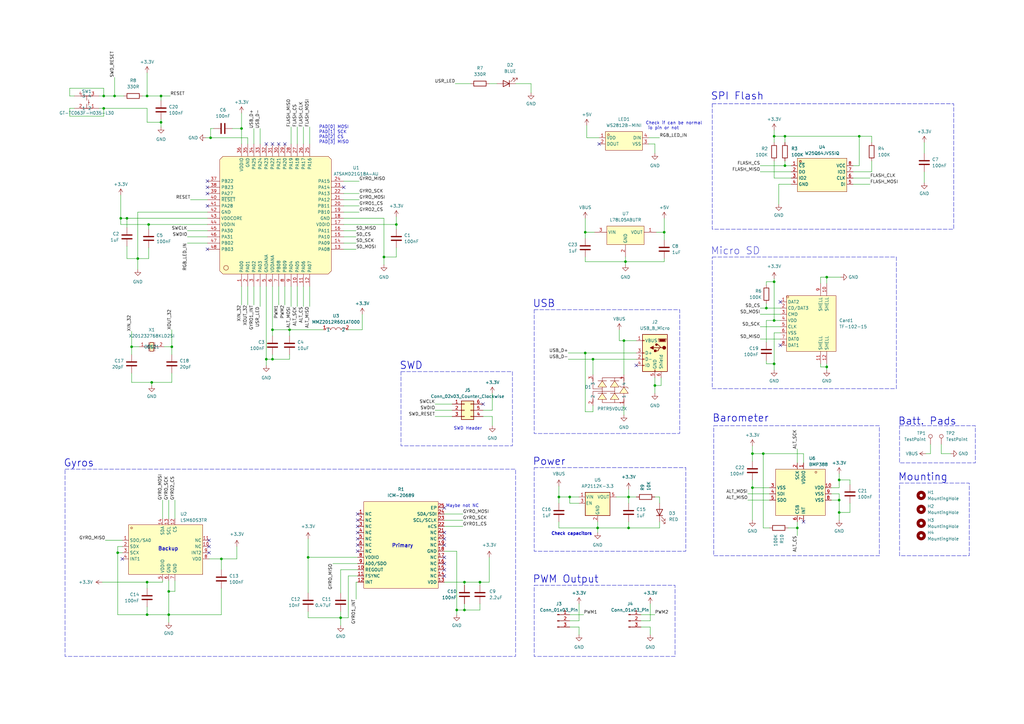
<source format=kicad_sch>
(kicad_sch (version 20230121) (generator eeschema)
  (paper "A3")
  (junction (at 245.11 216.535))
  (junction (at 352.425 55.88))
  (junction (at 190.5 238.76))
  (junction (at 162.56 92.075))
  (junction (at 190.5 250.19))
  (junction (at 86.36 56.515))
  (junction (at 229.235 203.835))
  (junction (at 157.48 105.41))
  (junction (at 66.04 39.37))
  (junction (at 49.53 89.535))
  (junction (at 268.605 158.115))
  (junction (at 60.325 238.76))
  (junction (at 52.07 89.535))
  (junction (at 48.26 226.695))
  (junction (at 70.485 142.24))
  (junction (at 60.325 252.095))
  (junction (at 327.025 216.535))
  (junction (at 257.81 216.535))
  (junction (at 344.17 196.85))
  (junction (at 118.745 135.255))
  (junction (at 339.09 113.665))
  (junction (at 111.76 147.32))
  (junction (at 187.325 250.19))
  (junction (at 344.17 205.105))
  (junction (at 69.215 242.57))
  (junction (at 99.06 52.705))
  (junction (at 321.945 67.945))
  (junction (at 42.545 39.37))
  (junction (at 60.96 92.075))
  (junction (at 60.325 39.37))
  (junction (at 196.85 238.76))
  (junction (at 69.215 252.095))
  (junction (at 66.04 50.165))
  (junction (at 139.7 253.365))
  (junction (at 321.945 55.88))
  (junction (at 233.68 203.835))
  (junction (at 62.23 156.845))
  (junction (at 111.76 135.255))
  (junction (at 240.03 95.25))
  (junction (at 126.365 228.6))
  (junction (at 256.54 107.315))
  (junction (at 317.5 55.88))
  (junction (at 243.205 147.32))
  (junction (at 240.03 144.78))
  (junction (at 46.99 39.37))
  (junction (at 255.905 139.7))
  (junction (at 53.975 142.24))
  (junction (at 109.22 147.32))
  (junction (at 308.61 186.055))
  (junction (at 90.805 229.235))
  (junction (at 42.545 44.45))
  (junction (at 317.5 149.225))
  (junction (at 317.5 131.445))
  (junction (at 317.5 115.57))
  (junction (at 257.81 203.835))
  (junction (at 313.055 186.055))
  (junction (at 308.61 200.025))
  (junction (at 272.415 95.25))
  (junction (at 314.325 126.365))
  (junction (at 344.17 210.185))
  (junction (at 56.515 106.045))
  (junction (at 339.09 150.495))
  (no_connect (at 182.245 228.6))
  (no_connect (at 182.245 236.22))
  (no_connect (at 146.685 223.52))
  (no_connect (at 245.745 59.055))
  (no_connect (at 109.22 59.055))
  (no_connect (at 85.09 74.295))
  (no_connect (at 182.245 233.68))
  (no_connect (at 146.685 220.98))
  (no_connect (at 146.685 213.36))
  (no_connect (at 50.165 229.235))
  (no_connect (at 111.76 59.055))
  (no_connect (at 114.3 59.055))
  (no_connect (at 198.12 165.735))
  (no_connect (at 182.245 223.52))
  (no_connect (at 320.04 141.605))
  (no_connect (at 260.985 149.86))
  (no_connect (at 85.09 84.455))
  (no_connect (at 85.09 79.375))
  (no_connect (at 320.04 123.825))
  (no_connect (at 85.09 76.835))
  (no_connect (at 85.725 226.695))
  (no_connect (at 85.725 221.615))
  (no_connect (at 182.245 220.98))
  (no_connect (at 140.97 76.835))
  (no_connect (at 116.84 59.055))
  (no_connect (at 85.725 224.155))
  (no_connect (at 85.09 102.235))
  (no_connect (at 182.245 231.14))
  (no_connect (at 182.245 208.28))
  (no_connect (at 329.565 213.995))
  (no_connect (at 146.685 210.82))
  (no_connect (at 146.685 218.44))
  (no_connect (at 146.685 226.06))
  (no_connect (at 146.685 215.9))
  (no_connect (at 182.245 218.44))
  (wire (pts (xy 308.61 200.025) (xy 308.61 213.36)))
  (wire (pts (xy 70.485 142.24) (xy 70.485 145.415)))
  (wire (pts (xy 317.5 114.3) (xy 317.5 115.57)))
  (wire (pts (xy 233.045 144.78) (xy 240.03 144.78)))
  (wire (pts (xy 140.97 74.295) (xy 147.32 74.295)))
  (wire (pts (xy 266.7 254.635) (xy 262.89 254.635)))
  (wire (pts (xy 66.675 238.76) (xy 60.325 238.76)))
  (wire (pts (xy 71.755 205.105) (xy 71.755 212.725)))
  (wire (pts (xy 245.11 216.535) (xy 245.11 218.44)))
  (wire (pts (xy 344.17 205.105) (xy 340.995 205.105)))
  (wire (pts (xy 49.53 89.535) (xy 52.07 89.535)))
  (wire (pts (xy 270.51 213.995) (xy 270.51 216.535)))
  (wire (pts (xy 321.945 66.04) (xy 321.945 67.945)))
  (wire (pts (xy 233.68 206.375) (xy 237.49 206.375)))
  (wire (pts (xy 111.76 145.415) (xy 111.76 147.32)))
  (wire (pts (xy 270.51 216.535) (xy 257.81 216.535)))
  (wire (pts (xy 352.425 55.88) (xy 321.945 55.88)))
  (wire (pts (xy 266.7 260.35) (xy 266.7 257.175)))
  (wire (pts (xy 240.03 107.315) (xy 256.54 107.315)))
  (wire (pts (xy 243.205 147.32) (xy 243.205 153.67)))
  (wire (pts (xy 162.56 105.41) (xy 157.48 105.41)))
  (wire (pts (xy 140.97 86.995) (xy 147.32 86.995)))
  (wire (pts (xy 306.705 205.105) (xy 315.595 205.105)))
  (wire (pts (xy 245.11 213.995) (xy 245.11 216.535)))
  (wire (pts (xy 28.575 39.37) (xy 28.575 36.195)))
  (wire (pts (xy 121.92 52.07) (xy 121.92 59.055)))
  (wire (pts (xy 56.515 86.995) (xy 85.09 86.995)))
  (wire (pts (xy 268.605 203.835) (xy 270.51 203.835)))
  (wire (pts (xy 28.575 44.45) (xy 28.575 47.625)))
  (wire (pts (xy 116.84 117.475) (xy 116.84 125.095)))
  (wire (pts (xy 126.365 228.6) (xy 126.365 243.205)))
  (wire (pts (xy 271.145 154.94) (xy 271.145 158.115)))
  (wire (pts (xy 53.975 156.845) (xy 53.975 153.035)))
  (wire (pts (xy 78.105 81.915) (xy 85.09 81.915)))
  (wire (pts (xy 272.415 107.315) (xy 256.54 107.315)))
  (wire (pts (xy 196.85 250.19) (xy 190.5 250.19)))
  (wire (pts (xy 323.215 216.535) (xy 327.025 216.535)))
  (wire (pts (xy 314.325 126.365) (xy 320.04 126.365)))
  (wire (pts (xy 126.365 250.825) (xy 126.365 253.365)))
  (wire (pts (xy 48.26 252.095) (xy 60.325 252.095)))
  (wire (pts (xy 200.66 228.6) (xy 200.66 238.76)))
  (wire (pts (xy 268.605 62.865) (xy 268.605 59.055)))
  (wire (pts (xy 308.61 196.85) (xy 308.61 200.025)))
  (wire (pts (xy 379.73 186.055) (xy 381.635 186.055)))
  (wire (pts (xy 339.09 113.665) (xy 336.55 113.665)))
  (wire (pts (xy 311.785 67.945) (xy 321.945 67.945)))
  (wire (pts (xy 329.565 189.865) (xy 329.565 186.055)))
  (wire (pts (xy 315.595 216.535) (xy 313.055 216.535)))
  (wire (pts (xy 314.325 116.84) (xy 314.325 115.57)))
  (wire (pts (xy 97.155 229.235) (xy 90.805 229.235)))
  (wire (pts (xy 196.85 247.65) (xy 196.85 250.19)))
  (wire (pts (xy 344.17 210.185) (xy 344.17 205.105)))
  (wire (pts (xy 317.5 131.445) (xy 314.325 131.445)))
  (wire (pts (xy 317.5 55.88) (xy 317.5 58.42)))
  (wire (pts (xy 317.5 73.025) (xy 324.485 73.025)))
  (wire (pts (xy 140.97 89.535) (xy 157.48 89.535)))
  (wire (pts (xy 201.93 170.815) (xy 201.93 174.625)))
  (wire (pts (xy 69.215 242.57) (xy 69.215 252.095)))
  (wire (pts (xy 229.235 216.535) (xy 245.11 216.535)))
  (wire (pts (xy 101.6 56.515) (xy 101.6 59.055)))
  (wire (pts (xy 140.97 97.155) (xy 146.05 97.155)))
  (wire (pts (xy 142.875 236.22) (xy 142.875 253.365)))
  (wire (pts (xy 386.08 186.055) (xy 386.08 182.245)))
  (wire (pts (xy 42.545 39.37) (xy 46.99 39.37)))
  (wire (pts (xy 28.575 36.195) (xy 42.545 36.195)))
  (wire (pts (xy 187.325 250.19) (xy 187.325 226.06)))
  (wire (pts (xy 311.785 70.485) (xy 324.485 70.485)))
  (wire (pts (xy 233.68 203.835) (xy 233.68 206.375)))
  (wire (pts (xy 86.36 52.705) (xy 86.36 56.515)))
  (wire (pts (xy 243.205 147.32) (xy 260.985 147.32)))
  (wire (pts (xy 101.6 117.475) (xy 101.6 125.095)))
  (wire (pts (xy 243.205 168.91) (xy 240.03 168.91)))
  (wire (pts (xy 111.76 135.255) (xy 111.76 137.795)))
  (wire (pts (xy 187.325 226.06) (xy 182.245 226.06)))
  (wire (pts (xy 327.025 213.995) (xy 327.025 216.535)))
  (wire (pts (xy 237.49 254.635) (xy 233.68 254.635)))
  (wire (pts (xy 48.26 224.155) (xy 48.26 226.695)))
  (wire (pts (xy 104.14 117.475) (xy 104.14 125.095)))
  (wire (pts (xy 71.755 238.125) (xy 71.755 242.57)))
  (wire (pts (xy 348.615 210.185) (xy 344.17 210.185)))
  (wire (pts (xy 314.325 131.445) (xy 314.325 140.335)))
  (wire (pts (xy 140.97 84.455) (xy 147.32 84.455)))
  (wire (pts (xy 268.605 59.055) (xy 266.065 59.055)))
  (wire (pts (xy 257.81 200.66) (xy 257.81 203.835)))
  (wire (pts (xy 60.325 252.095) (xy 69.215 252.095)))
  (wire (pts (xy 178.435 170.815) (xy 185.42 170.815)))
  (wire (pts (xy 66.04 39.37) (xy 66.04 41.275)))
  (wire (pts (xy 119.38 52.07) (xy 119.38 59.055)))
  (wire (pts (xy 266.7 247.65) (xy 266.7 254.635)))
  (wire (pts (xy 313.055 186.055) (xy 308.61 186.055)))
  (wire (pts (xy 118.745 135.255) (xy 111.76 135.255)))
  (wire (pts (xy 66.04 50.165) (xy 66.04 52.07)))
  (wire (pts (xy 60.325 29.845) (xy 60.325 39.37)))
  (wire (pts (xy 127 117.475) (xy 127 125.73)))
  (wire (pts (xy 357.505 55.88) (xy 357.505 58.42)))
  (wire (pts (xy 28.575 47.625) (xy 42.545 47.625)))
  (wire (pts (xy 348.615 206.375) (xy 348.615 210.185)))
  (wire (pts (xy 146.05 245.745) (xy 146.05 238.76)))
  (wire (pts (xy 111.76 147.32) (xy 109.22 147.32)))
  (wire (pts (xy 311.785 139.065) (xy 320.04 139.065)))
  (wire (pts (xy 70.485 135.255) (xy 70.485 142.24)))
  (wire (pts (xy 321.945 55.88) (xy 321.945 58.42)))
  (wire (pts (xy 344.17 196.85) (xy 344.17 200.025)))
  (wire (pts (xy 237.49 260.35) (xy 237.49 257.175)))
  (wire (pts (xy 42.545 36.195) (xy 42.545 39.37)))
  (wire (pts (xy 66.675 205.105) (xy 66.675 212.725)))
  (wire (pts (xy 67.31 142.24) (xy 70.485 142.24)))
  (wire (pts (xy 42.545 47.625) (xy 42.545 44.45)))
  (wire (pts (xy 190.5 247.65) (xy 190.5 250.19)))
  (wire (pts (xy 257.81 216.535) (xy 245.11 216.535)))
  (wire (pts (xy 260.985 139.7) (xy 255.905 139.7)))
  (wire (pts (xy 56.515 106.045) (xy 56.515 86.995)))
  (wire (pts (xy 389.89 186.055) (xy 386.08 186.055)))
  (wire (pts (xy 126.365 220.98) (xy 126.365 228.6)))
  (wire (pts (xy 99.06 52.705) (xy 99.06 59.055)))
  (wire (pts (xy 254 139.7) (xy 254 135.255)))
  (wire (pts (xy 60.325 39.37) (xy 66.04 39.37)))
  (wire (pts (xy 140.97 81.915) (xy 147.32 81.915)))
  (wire (pts (xy 52.07 89.535) (xy 85.09 89.535)))
  (wire (pts (xy 187.325 252.095) (xy 187.325 250.19)))
  (wire (pts (xy 86.36 56.515) (xy 101.6 56.515)))
  (wire (pts (xy 344.17 194.31) (xy 344.17 196.85)))
  (wire (pts (xy 256.54 107.315) (xy 256.54 108.585)))
  (wire (pts (xy 349.885 73.025) (xy 356.87 73.025)))
  (wire (pts (xy 269.24 95.25) (xy 272.415 95.25)))
  (wire (pts (xy 317.5 115.57) (xy 317.5 131.445)))
  (wire (pts (xy 53.975 135.89) (xy 53.975 142.24)))
  (wire (pts (xy 118.745 147.32) (xy 111.76 147.32)))
  (wire (pts (xy 190.5 238.76) (xy 182.245 238.76)))
  (wire (pts (xy 139.7 253.365) (xy 139.7 256.54)))
  (wire (pts (xy 317.5 53.34) (xy 317.5 55.88)))
  (wire (pts (xy 62.23 156.845) (xy 53.975 156.845)))
  (wire (pts (xy 69.215 205.105) (xy 69.215 212.725)))
  (wire (pts (xy 52.07 106.045) (xy 56.515 106.045)))
  (wire (pts (xy 272.415 89.535) (xy 272.415 95.25)))
  (wire (pts (xy 314.325 124.46) (xy 314.325 126.365)))
  (wire (pts (xy 106.68 52.705) (xy 106.68 59.055)))
  (wire (pts (xy 381.635 186.055) (xy 381.635 182.245)))
  (wire (pts (xy 126.365 253.365) (xy 139.7 253.365)))
  (wire (pts (xy 306.705 202.565) (xy 315.595 202.565)))
  (wire (pts (xy 344.17 213.36) (xy 344.17 210.185)))
  (wire (pts (xy 66.04 48.895) (xy 66.04 50.165)))
  (wire (pts (xy 85.09 92.075) (xy 60.96 92.075)))
  (wire (pts (xy 157.48 108.585) (xy 157.48 105.41)))
  (wire (pts (xy 60.325 238.76) (xy 60.325 241.3)))
  (wire (pts (xy 118.745 135.255) (xy 118.745 137.795)))
  (wire (pts (xy 69.215 238.125) (xy 69.215 242.57)))
  (wire (pts (xy 66.675 238.125) (xy 66.675 238.76)))
  (wire (pts (xy 240.665 51.435) (xy 240.665 56.515)))
  (wire (pts (xy 60.96 106.045) (xy 56.515 106.045)))
  (wire (pts (xy 126.365 228.6) (xy 146.685 228.6)))
  (wire (pts (xy 349.885 67.945) (xy 352.425 67.945)))
  (wire (pts (xy 349.885 70.485) (xy 357.505 70.485)))
  (wire (pts (xy 111.76 135.255) (xy 111.76 117.475)))
  (wire (pts (xy 30.48 39.37) (xy 28.575 39.37)))
  (wire (pts (xy 46.99 39.37) (xy 50.8 39.37)))
  (wire (pts (xy 182.245 215.9) (xy 189.865 215.9)))
  (wire (pts (xy 200.66 238.76) (xy 196.85 238.76)))
  (wire (pts (xy 237.49 257.175) (xy 233.68 257.175)))
  (wire (pts (xy 186.69 34.29) (xy 193.04 34.29)))
  (wire (pts (xy 140.97 79.375) (xy 147.32 79.375)))
  (wire (pts (xy 142.875 135.255) (xy 148.59 135.255)))
  (wire (pts (xy 308.61 186.055) (xy 308.61 189.23)))
  (wire (pts (xy 352.425 67.945) (xy 352.425 55.88)))
  (wire (pts (xy 76.835 94.615) (xy 85.09 94.615)))
  (wire (pts (xy 139.7 243.205) (xy 139.7 233.68)))
  (wire (pts (xy 233.68 252.095) (xy 239.395 252.095)))
  (wire (pts (xy 240.03 89.535) (xy 240.03 95.25)))
  (wire (pts (xy 255.905 166.37) (xy 255.905 170.18)))
  (wire (pts (xy 240.03 105.41) (xy 240.03 107.315)))
  (wire (pts (xy 336.55 150.495) (xy 339.09 150.495)))
  (wire (pts (xy 348.615 196.85) (xy 344.17 196.85)))
  (wire (pts (xy 140.97 99.695) (xy 146.05 99.695)))
  (wire (pts (xy 49.53 80.01) (xy 49.53 89.535)))
  (wire (pts (xy 124.46 52.07) (xy 124.46 59.055)))
  (wire (pts (xy 311.785 128.905) (xy 320.04 128.905)))
  (wire (pts (xy 196.85 238.76) (xy 196.85 240.03)))
  (wire (pts (xy 43.18 221.615) (xy 50.165 221.615)))
  (wire (pts (xy 76.835 97.155) (xy 85.09 97.155)))
  (wire (pts (xy 317.5 151.765) (xy 317.5 149.225)))
  (wire (pts (xy 266.065 56.515) (xy 270.51 56.515)))
  (wire (pts (xy 46.99 31.75) (xy 46.99 39.37)))
  (wire (pts (xy 266.7 257.175) (xy 262.89 257.175)))
  (wire (pts (xy 321.945 55.88) (xy 317.5 55.88)))
  (wire (pts (xy 217.805 34.29) (xy 211.455 34.29)))
  (wire (pts (xy 243.205 166.37) (xy 243.205 168.91)))
  (wire (pts (xy 357.505 66.04) (xy 357.505 70.485)))
  (wire (pts (xy 257.81 203.835) (xy 252.73 203.835)))
  (wire (pts (xy 190.5 238.76) (xy 190.5 240.03)))
  (wire (pts (xy 268.605 154.94) (xy 268.605 158.115)))
  (wire (pts (xy 41.91 238.76) (xy 60.325 238.76)))
  (wire (pts (xy 142.875 253.365) (xy 139.7 253.365)))
  (wire (pts (xy 87.63 52.705) (xy 86.36 52.705)))
  (wire (pts (xy 48.26 226.695) (xy 48.26 252.095)))
  (wire (pts (xy 52.07 89.535) (xy 52.07 93.345)))
  (wire (pts (xy 314.325 147.955) (xy 314.325 149.225)))
  (wire (pts (xy 148.59 128.905) (xy 148.59 135.255)))
  (wire (pts (xy 240.03 144.78) (xy 260.985 144.78)))
  (wire (pts (xy 50.165 226.695) (xy 48.26 226.695)))
  (wire (pts (xy 198.12 168.275) (xy 201.93 168.275)))
  (wire (pts (xy 95.25 52.705) (xy 99.06 52.705)))
  (wire (pts (xy 340.995 202.565) (xy 344.17 202.565)))
  (wire (pts (xy 60.96 92.075) (xy 60.96 93.98)))
  (wire (pts (xy 313.055 216.535) (xy 313.055 186.055)))
  (wire (pts (xy 240.665 56.515) (xy 245.745 56.515)))
  (wire (pts (xy 321.945 67.945) (xy 324.485 67.945)))
  (wire (pts (xy 140.97 94.615) (xy 146.05 94.615)))
  (wire (pts (xy 198.12 170.815) (xy 201.93 170.815)))
  (wire (pts (xy 162.56 101.6) (xy 162.56 105.41)))
  (wire (pts (xy 339.09 150.495) (xy 339.09 151.765)))
  (wire (pts (xy 90.805 252.095) (xy 69.215 252.095)))
  (wire (pts (xy 60.96 101.6) (xy 60.96 106.045)))
  (wire (pts (xy 311.785 133.985) (xy 320.04 133.985)))
  (wire (pts (xy 201.93 161.29) (xy 201.93 168.275)))
  (wire (pts (xy 329.565 186.055) (xy 313.055 186.055)))
  (wire (pts (xy 336.55 149.225) (xy 336.55 150.495)))
  (wire (pts (xy 162.56 88.9) (xy 162.56 92.075)))
  (wire (pts (xy 124.46 117.475) (xy 124.46 125.73)))
  (wire (pts (xy 70.485 156.845) (xy 70.485 153.035)))
  (wire (pts (xy 317.5 131.445) (xy 320.04 131.445)))
  (wire (pts (xy 317.5 136.525) (xy 320.04 136.525)))
  (wire (pts (xy 30.48 44.45) (xy 28.575 44.45)))
  (wire (pts (xy 140.97 92.075) (xy 162.56 92.075)))
  (wire (pts (xy 139.7 250.825) (xy 139.7 253.365)))
  (wire (pts (xy 317.5 149.225) (xy 317.5 136.525)))
  (wire (pts (xy 272.415 95.25) (xy 272.415 98.425)))
  (wire (pts (xy 257.81 213.995) (xy 257.81 216.535)))
  (wire (pts (xy 71.755 242.57) (xy 69.215 242.57)))
  (wire (pts (xy 62.23 156.845) (xy 70.485 156.845)))
  (wire (pts (xy 229.235 203.835) (xy 233.68 203.835)))
  (wire (pts (xy 240.03 168.91) (xy 240.03 144.78)))
  (wire (pts (xy 50.165 224.155) (xy 48.26 224.155)))
  (wire (pts (xy 240.03 95.25) (xy 240.03 97.79)))
  (wire (pts (xy 349.885 75.565) (xy 356.87 75.565)))
  (wire (pts (xy 106.68 117.475) (xy 106.68 125.73)))
  (wire (pts (xy 146.685 236.22) (xy 142.875 236.22)))
  (wire (pts (xy 308.61 182.88) (xy 308.61 186.055)))
  (wire (pts (xy 314.325 149.225) (xy 317.5 149.225)))
  (wire (pts (xy 229.235 213.995) (xy 229.235 216.535)))
  (wire (pts (xy 104.14 52.705) (xy 104.14 59.055)))
  (wire (pts (xy 99.06 117.475) (xy 99.06 125.095)))
  (wire (pts (xy 379.095 58.42) (xy 379.095 62.865)))
  (wire (pts (xy 272.415 106.045) (xy 272.415 107.315)))
  (wire (pts (xy 255.905 139.7) (xy 254 139.7)))
  (wire (pts (xy 69.215 252.095) (xy 69.215 255.27)))
  (wire (pts (xy 255.905 139.7) (xy 255.905 153.67)))
  (wire (pts (xy 379.095 70.485) (xy 379.095 74.93)))
  (wire (pts (xy 140.97 102.235) (xy 146.05 102.235)))
  (wire (pts (xy 90.805 229.235) (xy 90.805 233.68)))
  (wire (pts (xy 60.96 92.075) (xy 49.53 92.075)))
  (wire (pts (xy 229.235 199.39) (xy 229.235 203.835)))
  (wire (pts (xy 40.64 39.37) (xy 42.545 39.37)))
  (wire (pts (xy 257.81 203.835) (xy 257.81 206.375)))
  (wire (pts (xy 127 52.07) (xy 127 59.055)))
  (wire (pts (xy 339.09 113.665) (xy 339.09 116.205)))
  (wire (pts (xy 237.49 247.65) (xy 237.49 254.635)))
  (wire (pts (xy 56.515 110.49) (xy 56.515 106.045)))
  (wire (pts (xy 257.81 203.835) (xy 260.985 203.835)))
  (wire (pts (xy 233.68 203.835) (xy 237.49 203.835)))
  (wire (pts (xy 311.785 126.365) (xy 314.325 126.365)))
  (wire (pts (xy 268.605 158.115) (xy 268.605 161.29)))
  (wire (pts (xy 162.56 93.98) (xy 162.56 92.075)))
  (wire (pts (xy 319.405 75.565) (xy 324.485 75.565)))
  (wire (pts (xy 97.155 224.155) (xy 97.155 229.235)))
  (wire (pts (xy 336.55 113.665) (xy 336.55 116.205)))
  (wire (pts (xy 182.245 213.36) (xy 189.865 213.36)))
  (wire (pts (xy 53.975 142.24) (xy 53.975 145.415)))
  (wire (pts (xy 99.06 46.355) (xy 99.06 52.705)))
  (wire (pts (xy 308.61 200.025) (xy 315.595 200.025)))
  (wire (pts (xy 229.235 203.835) (xy 229.235 206.375)))
  (wire (pts (xy 327.025 184.15) (xy 327.025 189.865)))
  (wire (pts (xy 319.405 83.82) (xy 319.405 75.565)))
  (wire (pts (xy 58.42 39.37) (xy 60.325 39.37)))
  (wire (pts (xy 109.22 147.32) (xy 109.22 149.86)))
  (wire (pts (xy 314.325 115.57) (xy 317.5 115.57)))
  (wire (pts (xy 53.975 142.24) (xy 57.15 142.24)))
  (wire (pts (xy 357.505 55.88) (xy 352.425 55.88)))
  (wire (pts (xy 121.92 117.475) (xy 121.92 125.73)))
  (wire (pts (xy 90.805 229.235) (xy 85.725 229.235)))
  (wire (pts (xy 178.435 168.275) (xy 185.42 168.275)))
  (wire (pts (xy 109.22 117.475) (xy 109.22 147.32)))
  (wire (pts (xy 40.64 44.45) (xy 42.545 44.45)))
  (wire (pts (xy 200.66 34.29) (xy 203.835 34.29)))
  (wire (pts (xy 60.325 248.92) (xy 60.325 252.095)))
  (wire (pts (xy 118.745 135.255) (xy 132.715 135.255)))
  (wire (pts (xy 190.5 250.19) (xy 187.325 250.19)))
  (wire (pts (xy 271.145 158.115) (xy 268.605 158.115)))
  (wire (pts (xy 119.38 117.475) (xy 119.38 125.73)))
  (wire (pts (xy 60.325 50.165) (xy 66.04 50.165)))
  (wire (pts (xy 262.89 252.095) (xy 268.605 252.095)))
  (wire (pts (xy 60.325 44.45) (xy 60.325 50.165)))
  (wire (pts (xy 52.07 100.965) (xy 52.07 106.045)))
  (wire (pts (xy 84.455 56.515) (xy 86.36 56.515)))
  (wire (pts (xy 136.525 231.14) (xy 146.685 231.14)))
  (wire (pts (xy 146.05 238.76) (xy 146.685 238.76)))
  (wire (pts (xy 344.17 200.025) (xy 340.995 200.025)))
  (wire (pts (xy 327.025 216.535) (xy 327.025 219.71)))
  (wire (pts (xy 344.805 113.665) (xy 339.09 113.665)))
  (wire (pts (xy 339.09 149.225) (xy 339.09 150.495)))
  (wire (pts (xy 178.435 165.735) (xy 185.42 165.735)))
  (wire (pts (xy 139.7 233.68) (xy 146.685 233.68)))
  (wire (pts (xy 256.54 105.41) (xy 256.54 107.315)))
  (wire (pts (xy 344.17 202.565) (xy 344.17 205.105)))
  (wire (pts (xy 118.745 145.415) (xy 118.745 147.32)))
  (wire (pts (xy 240.03 95.25) (xy 243.84 95.25)))
  (wire (pts (xy 317.5 66.04) (xy 317.5 73.025)))
  (wire (pts (xy 66.04 39.37) (xy 69.85 39.37)))
  (wire (pts (xy 49.53 92.075) (xy 49.53 89.535)))
  (wire (pts (xy 42.545 44.45) (xy 60.325 44.45)))
  (wire (pts (xy 90.805 241.3) (xy 90.805 252.095)))
  (wire (pts (xy 76.835 99.695) (xy 85.09 99.695)))
  (wire (pts (xy 233.045 147.32) (xy 243.205 147.32)))
  (wire (pts (xy 348.615 198.755) (xy 348.615 196.85)))
  (wire (pts (xy 62.23 158.115) (xy 62.23 156.845)))
  (wire (pts (xy 182.245 210.82) (xy 189.865 210.82)))
  (wire (pts (xy 157.48 105.41) (xy 157.48 89.535)))
  (wire (pts (xy 114.3 117.475) (xy 114.3 125.095)))
  (wire (pts (xy 217.805 38.1) (xy 217.805 34.29)))
  (wire (pts (xy 270.51 203.835) (xy 270.51 206.375)))
  (wire (pts (xy 196.85 238.76) (xy 190.5 238.76)))
  (rectangle (start 368.935 174.625) (end 400.05 189.865) (stroke (width 0) (type dash)))
  (rectangle (start 219.075 191.77) (end 281.305 226.06) (stroke (width 0) (type dash)))
  (rectangle (start 292.1 105.41) (end 367.665 159.385) (stroke (width 0) (type dash)))
  (rectangle (start 164.465 152.4) (end 210.185 182.88) (stroke (width 0) (type dash)))
  (rectangle (start 219.075 127) (end 278.765 177.8) (stroke (width 0) (type dash)))
  (rectangle (start 368.935 198.12) (end 397.51 227.965) (stroke (width 0) (type dash)))
  (rectangle (start 26.67 192.405) (end 211.455 269.24) (stroke (width 0) (type dash)))
  (rectangle (start 292.735 174.625) (end 360.68 227.965) (stroke (width 0) (type dash)))
  (rectangle (start 292.1 42.545) (end 391.16 93.98) (stroke (width 0) (type dash)))
  (rectangle (start 219.075 240.03) (end 276.86 269.24) (stroke (width 0) (type dash)))
  (text "Primary" (at 160.655 224.79 0) (effects (font (size 1.5 1.5) (thickness 0.254) bold) (justify left bottom)))
  (text "PWM Output" (at 218.44 239.395 0) (effects (font (size 3 3) (thickness 0.254) bold) (justify left bottom)))
  (text "Micro SD\n" (at 291.465 104.775 0) (effects (font (size 3 3)) (justify left bottom)))
  (text "Mounting" (at 368.3 197.485 0) (effects (font (size 3 3) (thickness 0.254) bold) (justify left bottom)))
  (text "Backup" (at 64.77 226.06 0) (effects (font (size 1.5 1.5) (thickness 0.254) bold) (justify left bottom)))
  (text "Check capacitors" (at 226.06 219.71 0) (effects (font (size 1.27 1.27) bold) (justify left bottom)))
  (text "Maybe not NC" (at 182.88 208.28 0) (effects (font (size 1.27 1.27)) (justify left bottom)))
  (text "PAD[0] MOSI\nPAD[1] SCK\nPAD[2] CS\nPAD[3] MISO" (at 130.81 59.055 0) (effects (font (size 1.27 1.27)) (justify left bottom)))
  (text "SWD Header" (at 186.055 176.53 0) (effects (font (size 1.27 1.27)) (justify left bottom)))
  (text "Check if can be normal\n io pin or not" (at 264.795 53.34 0) (effects (font (size 1.27 1.27)) (justify left bottom)))
  (text "Batt. Pads" (at 368.3 174.625 0) (effects (font (size 3 3) (thickness 0.254) bold) (justify left bottom)))
  (text "SPI Flash" (at 291.465 41.275 0) (effects (font (size 3 3) (thickness 0.254) bold) (justify left bottom)))
  (text "Gyros" (at 26.035 191.77 0) (effects (font (size 3 3) (thickness 0.254) bold) (justify left bottom)))
  (text "Barometer" (at 292.1 173.355 0) (effects (font (size 3 3) (thickness 0.254) bold) (justify left bottom)))
  (text "SWD" (at 163.83 151.765 0) (effects (font (size 3 3) (thickness 0.254) bold) (justify left bottom)))
  (text "Power" (at 218.44 191.135 0) (effects (font (size 3 3) (thickness 0.254) bold) (justify left bottom)))
  (text "USB" (at 218.44 126.365 0) (effects (font (size 3 3) (thickness 0.254) bold) (justify left bottom)))
  (label "ALT_MISO" (at 306.705 205.105 180))
  (label "FLASH_CLK" (at 356.87 73.025 0))
  (label "SD_CS" (at 146.05 97.155 0))
  (label "RESET" (at 78.105 81.915 180))
  (label "SD_MOSI" (at 311.785 128.905 180))
  (label "GYRO_MOSI" (at 147.32 81.915 0))
  (label "GYRO1_INT" (at 146.05 245.745 270))
  (label "GYRO_SCK" (at 69.215 205.105 90))
  (label "GYRO_MISO" (at 43.18 221.615 180))
  (label "GYRO_MOSI" (at 189.865 210.82 0))
  (label "USR_LED" (at 186.69 34.29 180))
  (label "PWM1" (at 114.3 125.095 270))
  (label "GYRO1_CS" (at 189.865 215.9 0))
  (label "GYRO_SCK" (at 147.32 79.375 0))
  (label "ALT_MISO" (at 127 125.73 270))
  (label "FLASH_CLK" (at 124.46 52.07 90))
  (label "SWD_RESET" (at 178.435 170.815 180))
  (label "GYRO_MISO" (at 147.32 74.295 0))
  (label "XOUT_32" (at 101.6 125.095 270))
  (label "USR_LED" (at 106.68 125.73 270))
  (label "ALT_SCK" (at 327.025 184.15 90))
  (label "SWCLK" (at 178.435 165.735 180))
  (label "ALT_MOSI" (at 119.38 125.73 270))
  (label "ALT_SCK" (at 121.92 125.73 270))
  (label "SD_MOSI" (at 146.05 102.235 0))
  (label "SWDIO" (at 178.435 168.275 180))
  (label "SD_MISO" (at 311.785 139.065 180))
  (label "FLASH_MOSI" (at 356.87 75.565 0))
  (label "ALT_CS" (at 124.46 125.73 270))
  (label "USB_D+" (at 104.14 52.705 90))
  (label "SWDIO" (at 76.835 97.155 180))
  (label "USB_D-" (at 233.045 147.32 180))
  (label "SWD_RESET" (at 46.99 31.75 90))
  (label "RGB_LED_IN" (at 76.835 99.695 270))
  (label "GYRO_MOSI" (at 66.675 205.105 90))
  (label "GYRO_MISO" (at 136.525 231.14 270))
  (label "SWCLK" (at 76.835 94.615 180))
  (label "PWM1" (at 239.395 252.095 0))
  (label "SD_MISO" (at 146.05 94.615 0))
  (label "RESET" (at 69.85 39.37 0))
  (label "FLASH_CS" (at 121.92 52.07 90))
  (label "ALT_CS" (at 327.025 219.71 270))
  (label "GYRO_SCK" (at 189.865 213.36 0))
  (label "SD_SCK" (at 311.785 133.985 180))
  (label "USB_D+" (at 233.045 144.78 180))
  (label "XIN_32" (at 53.975 135.89 90))
  (label "GYRO2_CS" (at 71.755 205.105 90))
  (label "PWM2" (at 116.84 125.095 270))
  (label "SD_CS" (at 311.785 126.365 180))
  (label "RGB_LED_IN" (at 270.51 56.515 0))
  (label "FLASH_MOSI" (at 127 52.07 90))
  (label "GYRO1_CS" (at 147.32 84.455 0))
  (label "FLASH_MISO" (at 311.785 70.485 180))
  (label "GYRO2_CS" (at 147.32 86.995 0))
  (label "ALT_MOSI" (at 306.705 202.565 180))
  (label "USB_D-" (at 106.68 52.705 90))
  (label "XIN_32" (at 99.06 125.095 270))
  (label "GYRO1_INT" (at 104.14 125.095 270))
  (label "PWM2" (at 268.605 252.095 0))
  (label "XOUT_32" (at 70.485 135.255 90))
  (label "SD_SCK" (at 146.05 99.695 0))
  (label "FLASH_MISO" (at 119.38 52.07 90))
  (label "FLASH_CS" (at 311.785 67.945 180))
  (symbol (lib_id "Device:C") (at 90.805 237.49 0) (unit 1)
    (property "Reference" "C13" (at 93.98 236.22 0) (effects (justify left)))
    (property "Value" "100nF" (at 93.98 238.76 0) (effects (justify left)))
    (property "Footprint" "Capacitor_SMD:C_0603_1608Metric" (effects hide))
  )
  (symbol (lib_id "power:+3.3V") (at 200.66 228.6 0) (unit 1)
    (property "Reference" "#PWR019" (effects hide))
    (property "Value" "+3.3V" (at 200.66 223.52 0))
  )
  (symbol (lib_id "power:VBUS") (at 379.73 186.055 90) (unit 1)
    (property "Reference" "#PWR044" (effects hide))
    (property "Value" "VBUS" (at 376.555 186.055 90) (effects (justify left)))
  )
  (symbol (lib_id "power:GND") (at 268.605 161.29 0) (unit 1)
    (property "Reference" "#PWR09" (effects hide))
    (property "Value" "GND" (at 268.605 166.37 0))
  )
  (symbol (lib_id "power:+5V") (at 272.415 89.535 0) (unit 1)
    (property "Reference" "#PWR049" (effects hide))
    (property "Value" "+5V" (at 272.415 85.09 0))
  )
  (symbol (lib_id "power:+3.3V") (at 99.06 46.355 0) (unit 1)
    (property "Reference" "#PWR07" (effects hide))
    (property "Value" "+3.3V" (at 99.06 41.91 0))
  )
  (symbol (lib_id "power:+3.3V") (at 308.61 182.88 0) (unit 1)
    (property "Reference" "#PWR041" (effects hide))
    (property "Value" "+3.3V" (at 308.61 178.435 0))
  )
  (symbol (lib_id "power:GND") (at 139.7 256.54 0) (unit 1)
    (property "Reference" "#PWR020" (effects hide))
    (property "Value" "GND" (at 139.7 260.985 0))
  )
  (symbol (lib_id "easyeda2kicad:PRTR5V0U2X_C2827688") (at 250.825 161.29 0) (mirror y) (unit 1)
    (property "Reference" "D1" (at 242.57 158.75 0) (effects (justify left)))
    (property "Value" "PRTR5V0U2X" (at 257.175 167.64 0) (effects (justify left)))
    (property "Footprint" "easyeda2kicad:SOT-143-4_L2.9-W1.3-P1.92-LS2.4-BL" (effects hide))
    (property "LCSC Part" "C2827688" (effects hide))
  )
  (symbol (lib_id "Device:C") (at 111.76 141.605 0) (mirror y) (unit 1)
    (property "Reference" "C3" (at 108.585 140.335 0) (effects (justify left)))
    (property "Value" "100nF" (at 108.585 142.875 0) (effects (justify left)))
    (property "Footprint" "Capacitor_SMD:C_0603_1608Metric" (effects hide))
  )
  (symbol (lib_id "Device:C") (at 60.325 245.11 0) (mirror y) (unit 1)
    (property "Reference" "C14" (at 57.15 243.84 0) (effects (justify left)))
    (property "Value" "100nF" (at 57.15 246.38 0) (effects (justify left)))
    (property "Footprint" "Capacitor_SMD:C_0603_1608Metric" (effects hide))
  )
  (symbol (lib_id "power:GND") (at 62.23 158.115 0) (unit 1)
    (property "Reference" "#PWR032" (effects hide))
    (property "Value" "GND" (at 62.23 162.56 0))
  )
  (symbol (lib_id "Mechanical:MountingHole") (at 377.825 208.915 0) (unit 1)
    (property "Reference" "H2" (at 380.365 207.645 0) (effects (justify left)))
    (property "Value" "MountingHole" (at 380.365 210.185 0) (effects (justify left)))
    (property "Footprint" "MountingHole:MountingHole_3mm" (effects hide))
  )
  (symbol (lib_id "power:GND") (at 308.61 213.36 0) (unit 1)
    (property "Reference" "#PWR042" (effects hide))
    (property "Value" "GND" (at 308.61 217.805 0))
  )
  (symbol (lib_id "power:GND") (at 379.095 74.93 0) (unit 1)
    (property "Reference" "#PWR014" (effects hide))
    (property "Value" "GND" (at 379.095 79.375 0))
  )
  (symbol (lib_id "power:GND") (at 109.22 149.86 0) (unit 1)
    (property "Reference" "#PWR05" (effects hide))
    (property "Value" "GND" (at 109.22 154.94 0))
  )
  (symbol (lib_id "power:+3.3V") (at 49.53 80.01 0) (unit 1)
    (property "Reference" "#PWR03" (effects hide))
    (property "Value" "+3.3V" (at 49.53 75.565 0))
  )
  (symbol (lib_id "power:GND") (at 84.455 56.515 270) (unit 1)
    (property "Reference" "#PWR06" (effects hide))
    (property "Value" "GND" (at 81.28 56.515 90) (effects (justify right)))
  )
  (symbol (lib_id "power:+3.3V") (at 60.325 29.845 0) (unit 1)
    (property "Reference" "#PWR034" (effects hide))
    (property "Value" "+3.3V" (at 60.325 25.4 0))
  )
  (symbol (lib_id "Device:C") (at 314.325 144.145 0) (mirror y) (unit 1)
    (property "Reference" "C19" (at 311.15 142.875 0) (effects (justify left)))
    (property "Value" "100nF" (at 311.15 145.415 0) (effects (justify left)))
    (property "Footprint" "Capacitor_SMD:C_0603_1608Metric" (effects hide))
  )
  (symbol (lib_id "power:GND") (at 317.5 151.765 0) (unit 1)
    (property "Reference" "#PWR026" (effects hide))
    (property "Value" "GND" (at 317.5 156.21 0))
  )
  (symbol (lib_id "power:VBUS") (at 229.235 199.39 0) (unit 1)
    (property "Reference" "#PWR030" (effects hide))
    (property "Value" "VBUS" (at 229.235 194.31 0))
  )
  (symbol (lib_id "Mechanical:MountingHole") (at 377.825 214.63 0) (unit 1)
    (property "Reference" "H3" (at 380.365 213.36 0) (effects (justify left)))
    (property "Value" "MountingHole" (at 380.365 215.9 0) (effects (justify left)))
    (property "Footprint" "MountingHole:MountingHole_3mm" (effects hide))
  )
  (symbol (lib_id "easyeda2kicad:ICM-20689") (at 164.465 224.79 0) (unit 1)
    (property "Reference" "R1" (at 164.465 200.66 0))
    (property "Value" "ICM-20689" (at 164.465 203.2 0))
    (property "Footprint" "easyeda2kicad:QFN-24_L4.0-W4.0-P0.50-TL-EP2.6" (effects hide))
    (property "LCSC Part" "C2649494" (effects hide))
  )
  (symbol (lib_id "power:GND") (at 268.605 62.865 0) (unit 1)
    (property "Reference" "#PWR046" (effects hide))
    (property "Value" "GND" (at 268.605 67.945 0))
  )
  (symbol (lib_id "Device:C") (at 66.04 45.085 0) (unit 1)
    (property "Reference" "C20" (at 69.215 43.815 0) (effects (justify left)))
    (property "Value" "100nF" (at 69.215 46.355 0) (effects (justify left)))
    (property "Footprint" "Capacitor_SMD:C_0603_1608Metric" (effects hide))
  )
  (symbol (lib_id "power:GND") (at 187.325 252.095 0) (unit 1)
    (property "Reference" "#PWR018" (effects hide))
    (property "Value" "GND" (at 187.325 256.54 0))
  )
  (symbol (lib_id "Connector:Conn_01x03_Pin") (at 257.81 254.635 0) (unit 1)
    (property "Reference" "J4" (at 258.445 247.65 0))
    (property "Value" "Conn_01x03_Pin" (at 258.445 250.19 0))
    (property "Footprint" "Connector_PinHeader_2.54mm:PinHeader_1x03_P2.54mm_Vertical" (effects hide))
  )
  (symbol (lib_id "power:+3.3V") (at 237.49 247.65 0) (unit 1)
    (property "Reference" "#PWR036" (effects hide))
    (property "Value" "+3.3V" (at 237.49 243.205 0))
  )
  (symbol (lib_id "power:+5V") (at 240.665 51.435 0) (unit 1)
    (property "Reference" "#PWR050" (effects hide))
    (property "Value" "+5V" (at 240.665 46.99 0))
  )
  (symbol (lib_id "Device:C") (at 139.7 247.015 0) (mirror y) (unit 1)
    (property "Reference" "C11" (at 135.89 245.745 0) (effects (justify left)))
    (property "Value" "0.47uF" (at 135.89 248.285 0) (effects (justify left)))
    (property "Footprint" "Capacitor_SMD:C_0603_1608Metric" (effects hide))
  )
  (symbol (lib_id "easyeda2kicad:GT-TC063F-H035-L30") (at 35.56 41.91 180) (unit 1)
    (property "Reference" "SW1" (at 35.56 37.465 0))
    (property "Value" "GT-TC063F-H035-L30" (at 35.56 46.355 0))
    (property "Footprint" "easyeda2kicad:SW-SMD_4P-L6.2-W6.2-P4.00-LS7.2" (effects hide))
    (property "Datasheet" "https://lcsc.com/product-detail/Tactile-Switches_G-Switch-GT-TC063F-H035-L30_C963195.html" (effects hide))
    (property "LCSC Part" "C963195" (effects hide))
  )
  (symbol (lib_id "power:VBUS") (at 254 135.255 0) (unit 1)
    (property "Reference" "#PWR010" (effects hide))
    (property "Value" "VBUS" (at 254 130.81 0))
  )
  (symbol (lib_id "power:+3.3V") (at 126.365 220.98 0) (unit 1)
    (property "Reference" "#PWR021" (effects hide))
    (property "Value" "+3.3V" (at 126.365 215.9 0))
  )
  (symbol (lib_id "Device:R") (at 54.61 39.37 90) (unit 1)
    (property "Reference" "R8" (at 54.61 33.02 90))
    (property "Value" "330R" (at 54.61 35.56 90))
    (property "Footprint" "Resistor_SMD:R_0603_1608Metric" (effects hide))
  )
  (symbol (lib_id "easyeda2kicad:X201232768KLD2SI") (at 62.23 142.24 0) (unit 1)
    (property "Reference" "X1" (at 62.23 135.255 0))
    (property "Value" "X201232768KLD2SI" (at 62.23 137.795 0))
    (property "Footprint" "easyeda2kicad:OSC-SMD_L2.0-W1.2" (effects hide))
    (property "Datasheet" "https://lcsc.com/product-detail/New-Arrivals_Yangxing-Tech-X201232768KLD2SI_C383842.html" (effects hide))
    (property "LCSC Part" "C383842" (effects hide))
  )
  (symbol (lib_id "easyeda2kicad:BMP388") (at 327.025 201.295 0) (unit 1)
    (property "Reference" "U6" (at 331.7591 187.96 0) (effects (justify left)))
    (property "Value" "BMP388" (at 331.7591 190.5 0) (effects (justify left)))
    (property "Footprint" "easyeda2kicad:SENSORM-SMD_BMP388" (effects hide))
    (property "LCSC Part" "C779278" (effects hide))
  )
  (symbol (lib_id "Connector:TestPoint") (at 386.08 182.245 0) (unit 1)
    (property "Reference" "TP2" (at 387.985 177.673 0) (effects (justify left)))
    (property "Value" "TestPoint" (at 387.985 180.213 0) (effects (justify left)))
    (property "Footprint" "TestPoint:TestPoint_Pad_3.0x3.0mm" (effects hide))
  )
  (symbol (lib_id "power:GND") (at 201.93 174.625 0) (unit 1)
    (property "Reference" "#PWR017" (effects hide))
    (property "Value" "GND" (at 201.93 179.705 0))
  )
  (symbol (lib_id "Device:R") (at 314.325 120.65 0) (unit 1)
    (property "Reference" "R6" (at 312.42 119.38 0) (effects (justify right)))
    (property "Value" "100K" (at 312.42 121.92 0) (effects (justify right)))
    (property "Footprint" "Resistor_SMD:R_0603_1608Metric" (effects hide))
  )
  (symbol (lib_id "Connector:Conn_01x03_Pin") (at 228.6 254.635 0) (unit 1)
    (property "Reference" "J3" (at 229.235 247.65 0))
    (property "Value" "Conn_01x03_Pin" (at 229.235 250.19 0))
    (property "Footprint" "Connector_PinHeader_2.54mm:PinHeader_1x03_P2.54mm_Vertical" (effects hide))
  )
  (symbol (lib_id "Device:C") (at 126.365 247.015 0) (mirror y) (unit 1)
    (property "Reference" "C12" (at 123.19 245.745 0) (effects (justify left)))
    (property "Value" "10nF" (at 123.19 248.285 0) (effects (justify left)))
    (property "Footprint" "Capacitor_SMD:C_0402_1005Metric" (effects hide))
  )
  (symbol (lib_id "easyeda2kicad:ATSAMD21G18A-AU") (at 113.03 86.995 90) (unit 1)
    (property "Reference" "U1" (at 146.05 68.7989 90))
    (property "Value" "ATSAMD21G18A-AU" (at 146.05 71.3389 90))
    (property "Footprint" "easyeda2kicad:TQFP-48_L7.0-W7.0-P0.50-LS9.0-BL" (effects hide))
    (property "Datasheet" "https://lcsc.com/product-detail/ATMEL-AVR_ATMEL_ATSAMD21G18A-AU_ATSAMD21G18A-AU_C78624.html" (effects hide))
    (property "LCSC Part" "C78624" (effects hide))
  )
  (symbol (lib_id "power:GND") (at 217.805 38.1 0) (unit 1)
    (property "Reference" "#PWR031" (effects hide))
    (property "Value" "GND" (at 217.805 42.545 0))
  )
  (symbol (lib_id "easyeda2kicad:LSM6DS3TR") (at 67.945 225.425 0) (unit 1)
    (property "Reference" "U2" (at 73.9491 210.82 0) (effects (justify left)))
    (property "Value" "LSM6DS3TR" (at 73.9491 213.36 0) (effects (justify left)))
    (property "Footprint" "easyeda2kicad:LGA-14_L3.0-W2.5-P0.50-TL" (effects hide))
    (property "Datasheet" "https://lcsc.com/product-detail/Others_STMicroelectronics_LSM6DS3TR_LSM6DS3TR_C95230.html" (effects hide))
    (property "LCSC Part" "C95230" (effects hide))
  )
  (symbol (lib_id "power:+3.3V") (at 344.17 194.31 0) (unit 1)
    (property "Reference" "#PWR040" (effects hide))
    (property "Value" "+3.3V" (at 344.17 189.865 0))
  )
  (symbol (lib_id "Device:R") (at 317.5 62.23 0) (unit 1)
    (property "Reference" "R2" (at 314.96 60.96 0) (effects (justify right)))
    (property "Value" "100K" (at 314.96 63.5 0) (effects (justify right)))
    (property "Footprint" "Resistor_SMD:R_0603_1608Metric" (effects hide))
  )
  (symbol (lib_id "power:GND") (at 237.49 260.35 0) (unit 1)
    (property "Reference" "#PWR035" (effects hide))
    (property "Value" "GND" (at 237.49 265.43 0))
  )
  (symbol (lib_id "power:GND") (at 319.405 83.82 0) (unit 1)
    (property "Reference" "#PWR012" (effects hide))
    (property "Value" "GND" (at 319.405 88.265 0))
  )
  (symbol (lib_id "Device:R") (at 357.505 62.23 0) (mirror y) (unit 1)
    (property "Reference" "R4" (at 360.045 60.96 0) (effects (justify right)))
    (property "Value" "100K" (at 360.045 63.5 0) (effects (justify right)))
    (property "Footprint" "Resistor_SMD:R_0603_1608Metric" (effects hide))
  )
  (symbol (lib_id "power:+3.3V") (at 257.81 200.66 0) (unit 1)
    (property "Reference" "#PWR029" (effects hide))
    (property "Value" "+3.3V" (at 257.81 195.58 0))
  )
  (symbol (lib_id "Device:C") (at 190.5 243.84 0) (mirror y) (unit 1)
    (property "Reference" "C10" (at 187.325 242.57 0) (effects (justify left)))
    (property "Value" "100nF" (at 187.325 245.11 0) (effects (justify left)))
    (property "Footprint" "Capacitor_SMD:C_0603_1608Metric" (effects hide))
  )
  (symbol (lib_id "power:+3.3V") (at 162.56 88.9 0) (unit 1)
    (property "Reference" "#PWR04" (effects hide))
    (property "Value" "+3.3V" (at 162.56 84.455 0))
  )
  (symbol (lib_id "Device:C") (at 60.96 97.79 0) (unit 1)
    (property "Reference" "C5" (at 64.135 96.52 0) (effects (justify left)))
    (property "Value" "100nF" (at 64.135 99.06 0) (effects (justify left)))
    (property "Footprint" "Capacitor_SMD:C_0603_1608Metric" (effects hide))
  )
  (symbol (lib_id "power:GND") (at 344.805 113.665 90) (unit 1)
    (property "Reference" "#PWR043" (effects hide))
    (property "Value" "GND" (at 347.98 113.665 90) (effects (justify right)))
  )
  (symbol (lib_id "power:+3.3V") (at 317.5 114.3 0) (unit 1)
    (property "Reference" "#PWR027" (effects hide))
    (property "Value" "+3.3V" (at 317.5 109.22 0))
  )
  (symbol (lib_id "power:+3.3V") (at 201.93 161.29 0) (unit 1)
    (property "Reference" "#PWR016" (effects hide))
    (property "Value" "+3.3V" (at 201.93 156.845 0))
  )
  (symbol (lib_id "Device:C") (at 53.975 149.225 0) (unit 1)
    (property "Reference" "C17" (at 50.8 147.955 0) (effects (justify right)))
    (property "Value" "20pF" (at 50.8 150.495 0) (effects (justify right)))
    (property "Footprint" "Capacitor_SMD:C_0603_1608Metric" (effects hide))
  )
  (symbol (lib_id "power:+3.3V") (at 379.095 58.42 0) (unit 1)
    (property "Reference" "#PWR011" (effects hide))
    (property "Value" "+3.3V" (at 379.095 53.975 0))
  )
  (symbol (lib_id "Device:C") (at 162.56 97.79 0) (unit 1)
    (property "Reference" "C1" (at 165.735 96.52 0) (effects (justify left)))
    (property "Value" "100nF" (at 165.735 99.06 0) (effects (justify left)))
    (property "Footprint" "Capacitor_SMD:C_0603_1608Metric" (effects hide))
  )
  (symbol (lib_id "Device:C") (at 118.745 141.605 0) (unit 1)
    (property "Reference" "C4" (at 121.92 140.335 0) (effects (justify left)))
    (property "Value" "10uF" (at 121.92 142.875 0) (effects (justify left)))
    (property "Footprint" "Capacitor_SMD:C_0603_1608Metric" (effects hide))
  )
  (symbol (lib_id "power:+3.3V") (at 148.59 128.905 0) (unit 1)
    (property "Reference" "#PWR08" (effects hide))
    (property "Value" "+3.3V" (at 148.59 124.46 0))
  )
  (symbol (lib_id "Device:C") (at 91.44 52.705 90) (unit 1)
    (property "Reference" "C6" (at 91.44 45.085 90))
    (property "Value" "100nF" (at 91.44 47.625 90))
    (property "Footprint" "Capacitor_SMD:C_0603_1608Metric" (effects hide))
  )
  (symbol (lib_id "Device:R") (at 196.85 34.29 90) (unit 1)
    (property "Reference" "R7" (at 196.85 27.94 90))
    (property "Value" "330R" (at 196.85 30.48 90))
    (property "Footprint" "Resistor_SMD:R_0603_1608Metric" (effects hide))
  )
  (symbol (lib_id "power:GND") (at 66.04 52.07 0) (unit 1)
    (property "Reference" "#PWR033" (effects hide))
    (property "Value" "GND" (at 66.04 57.15 0))
  )
  (symbol (lib_id "power:GND") (at 339.09 151.765 0) (unit 1)
    (property "Reference" "#PWR025" (effects hide))
    (property "Value" "GND" (at 339.09 156.21 0))
  )
  (symbol (lib_id "Connector_Generic:Conn_02x03_Counter_Clockwise") (at 190.5 168.275 0) (unit 1)
    (property "Reference" "J5" (at 191.77 160.02 0))
    (property "Value" "Conn_02x03_Counter_Clockwise" (at 191.77 162.56 0))
    (property "Footprint" "Connector_PinHeader_2.54mm:PinHeader_2x03_P2.54mm_Vertical" (effects hide))
  )
  (symbol (lib_id "Mechanical:MountingHole") (at 377.825 203.2 0) (unit 1)
    (property "Reference" "H1" (at 380.365 201.93 0) (effects (justify left)))
    (property "Value" "MountingHole" (at 380.365 204.47 0) (effects (justify left)))
    (property "Footprint" "MountingHole:MountingHole_3mm" (effects hide))
  )
  (symbol (lib_id "Device:C") (at 257.81 210.185 0) (unit 1)
    (property "Reference" "C15" (at 260.985 208.915 0) (effects (justify left)))
    (property "Value" "1uF" (at 260.985 211.455 0) (effects (justify left)))
    (property "Footprint" "Capacitor_SMD:C_0402_1005Metric" (effects hide))
  )
  (symbol (lib_id "power:GND") (at 69.215 255.27 0) (unit 1)
    (property "Reference" "#PWR022" (effects hide))
    (property "Value" "GND" (at 69.215 259.715 0))
  )
  (symbol (lib_id "power:GND") (at 256.54 108.585 0) (unit 1)
    (property "Reference" "#PWR047" (effects hide))
    (property "Value" "GND" (at 256.54 113.665 0))
  )
  (symbol (lib_id "power:+3.3V") (at 97.155 224.155 0) (unit 1)
    (property "Reference" "#PWR023" (effects hide))
    (property "Value" "+3.3V" (at 97.155 219.075 0))
  )
  (symbol (lib_id "Device:C") (at 70.485 149.225 0) (mirror y) (unit 1)
    (property "Reference" "C18" (at 73.66 147.955 0) (effects (justify right)))
    (property "Value" "20pF" (at 73.66 150.495 0) (effects (justify right)))
    (property "Footprint" "Capacitor_SMD:C_0603_1608Metric" (effects hide))
  )
  (symbol (lib_id "Device:LED") (at 207.645 34.29 180) (unit 1)
    (property "Reference" "D2" (at 209.2325 26.67 0))
    (property "Value" "BLUE" (at 209.2325 29.21 0))
    (property "Footprint" "LED_SMD:LED_0402_1005Metric" (effects hide))
  )
  (symbol (lib_id "easyeda2kicad:L78L05ABUTR") (at 256.54 99.06 0) (unit 1)
    (property "Reference" "U7" (at 256.54 87.63 0))
    (property "Value" "L78L05ABUTR" (at 256.54 90.17 0))
    (property "Footprint" "easyeda2kicad:SOT-89-3_L4.5-W2.5-P1.50-LS4.2-TL" (effects hide))
    (property "Datasheet" "https://lcsc.com/product-detail/Linear-Voltage-Regulators_STMicroelectronics_L78L05ABUTR_L78L05ABUTR_C42738.html" (effects hide))
    (property "LCSC Part" "C42738" (effects hide))
  )
  (symbol (lib_id "Connector:USB_B_Micro") (at 268.605 144.78 0) (mirror y) (unit 1)
    (property "Reference" "J2" (at 268.605 132.08 0))
    (property "Value" "USB_B_Micro" (at 268.605 134.62 0))
    (property "Footprint" "Connector_USB:USB_Micro-B_Amphenol_10103594-0001LF_Horizontal" (effects hide))
  )
  (symbol (lib_id "Device:C") (at 52.07 97.155 0) (mirror y) (unit 1)
    (property "Reference" "C2" (at 48.895 95.885 0) (effects (justify left)))
    (property "Value" "1uF" (at 48.895 98.425 0) (effects (justify left)))
    (property "Footprint" "Capacitor_SMD:C_0402_1005Metric" (effects hide))
  )
  (symbol (lib_id "easyeda2kicad:TF-102-15") (at 331.47 132.715 0) (unit 1)
    (property "Reference" "Card1" (at 344.17 131.445 0) (effects (justify left)))
    (property "Value" "TF-102-15" (at 344.17 133.985 0) (effects (justify left)))
    (property "Footprint" "easyeda2kicad:TF-SMD_TF-102-15" (effects hide))
    (property "Datasheet" "https://lcsc.com/product-detail/Connector-Card-Sockets_XUNPU-TF-102-15_C266609.html" (effects hide))
    (property "LCSC Part" "C266609" (effects hide))
  )
  (symbol (lib_id "easyeda2kicad:MMZ2012R601AT000") (at 137.795 135.255 0) (unit 1)
    (property "Reference" "U3" (at 137.795 129.54 0))
    (property "Value" "MMZ2012R601AT000" (at 137.795 132.08 0))
    (property "Footprint" "easyeda2kicad:L0805" (effects hide))
    (property "Datasheet" "https://lcsc.com/product-detail/Others_TDK_MMZ2012R601AT000_TDK-MMZ2012R601AT000_C275467.html" (effects hide))
    (property "LCSC Part" "C275467" (effects hide))
  )
  (symbol (lib_id "power:GND") (at 344.17 213.36 0) (unit 1)
    (property "Reference" "#PWR039" (effects hide))
    (property "Value" "GND" (at 344.17 217.805 0))
  )
  (symbol (lib_id "easyeda2kicad:W25Q64JVSSIQ") (at 337.185 71.755 0) (unit 1)
    (property "Reference" "U4" (at 337.185 60.325 0))
    (property "Value" "W25Q64JVSSIQ" (at 337.185 62.865 0))
    (property "Footprint" "easyeda2kicad:SOP-8_L5.3-W5.3-P1.27-LS8.0-BL" (effects hide))
    (property "Datasheet" "https://lcsc.com/product-detail/FLASH_W25Q64JVSSIQ_C83140.html" (effects hide))
    (property "LCSC Part" "C83140" (effects hide))
  )
  (symbol (lib_id "Device:C") (at 379.095 66.675 0) (unit 1)
    (property "Reference" "C7" (at 382.27 65.405 0) (effects (justify left)))
    (property "Value" "100nF" (at 382.27 67.945 0) (effects (justify left)))
    (property "Footprint" "Capacitor_SMD:C_0603_1608Metric" (effects hide))
  )
  (symbol (lib_id "power:+3.3V") (at 266.7 247.65 0) (unit 1)
    (property "Reference" "#PWR037" (effects hide))
    (property "Value" "+3.3V" (at 266.7 243.205 0))
  )
  (symbol (lib_id "power:+3.3V") (at 317.5 53.34 0) (unit 1)
    (property "Reference" "#PWR013" (effects hide))
    (property "Value" "+3.3V" (at 317.5 48.895 0))
  )
  (symbol (lib_id "power:GND") (at 56.515 110.49 0) (unit 1)
    (property "Reference" "#PWR02" (effects hide))
    (property "Value" "GND" (at 56.515 115.57 0))
  )
  (symbol (lib_id "power:GND") (at 157.48 108.585 0) (unit 1)
    (property "Reference" "#PWR01" (effects hide))
    (property "Value" "GND" (at 157.48 113.665 0))
  )
  (symbol (lib_id "power:+3.3V") (at 41.91 238.76 90) (unit 1)
    (property "Reference" "#PWR024" (effects hide))
    (property "Value" "+3.3V" (at 38.1 238.76 90) (effects (justify left)))
  )
  (symbol (lib_id "Device:C") (at 196.85 243.84 0) (unit 1)
    (property "Reference" "C9" (at 200.66 242.57 0) (effects (justify left)))
    (property "Value" "2.2uF" (at 200.66 245.11 0) (effects (justify left)))
    (property "Footprint" "Capacitor_SMD:C_0603_1608Metric" (effects hide))
  )
  (symbol (lib_id "Regulator_Linear:AP2112K-3.3") (at 245.11 206.375 0) (unit 1)
    (property "Reference" "U5" (at 245.11 196.85 0))
    (property "Value" "AP2112K-3.3" (at 245.11 199.39 0))
    (property "Footprint" "Package_TO_SOT_SMD:SOT-23-5" (effects hide))
    (property "Datasheet" "https://www.diodes.com/assets/Datasheets/AP2112.pdf" (effects hide))
  )
  (symbol (lib_id "Device:R") (at 321.945 62.23 0) (mirror y) (unit 1)
    (property "Reference" "R3" (at 324.485 60.96 0) (effects (justify right)))
    (property "Value" "100K" (at 324.485 63.5 0) (effects (justify right)))
    (property "Footprint" "Resistor_SMD:R_0603_1608Metric" (effects hide))
  )
  (symbol (lib_id "Mechanical:MountingHole") (at 377.825 219.71 0) (unit 1)
    (property "Reference" "H4" (at 380.365 218.44 0) (effects (justify left)))
    (property "Value" "MountingHole" (at 380.365 220.98 0) (effects (justify left)))
    (property "Footprint" "MountingHole:MountingHole_3mm" (effects hide))
  )
  (symbol (lib_id "power:VBUS") (at 240.03 89.535 0) (unit 1)
    (property "Reference" "#PWR048" (effects hide))
    (property "Value" "VBUS" (at 240.03 85.09 0))
  )
  (symbol (lib_id "Device:LED") (at 270.51 210.185 90) (unit 1)
    (property "Reference" "D3" (at 274.32 210.5025 90) (effects (justify right)))
    (property "Value" "RED" (at 274.32 213.0425 90) (effects (justify right)))
    (property "Footprint" "LED_SMD:LED_0402_1005Metric" (effects hide))
  )
  (symbol (lib_id "Device:R") (at 264.795 203.835 90) (mirror x) (unit 1)
    (property "Reference" "R9" (at 263.525 201.295 0) (effects (justify right)))
    (property "Value" "10K" (at 266.065 201.295 0) (effects (justify right)))
    (property "Footprint" "Resistor_SMD:R_0603_1608Metric" (effects hide))
  )
  (symbol (lib_id "Device:C") (at 272.415 102.235 0) (unit 1)
    (property "Reference" "C8" (at 275.59 100.965 0) (effects (justify left)))
    (property "Value" "1uF" (at 275.59 103.505 0) (effects (justify left)))
    (property "Footprint" "Capacitor_SMD:C_0402_1005Metric" (effects hide))
  )
  (symbol (lib_id "Device:C") (at 240.03 101.6 0) (mirror y) (unit 1)
    (property "Reference" "C23" (at 236.855 100.33 0) (effects (justify left)))
    (property "Value" "1uF" (at 236.855 102.87 0) (effects (justify left)))
    (property "Footprint" "Capacitor_SMD:C_0402_1005Metric" (effects hide))
  )
  (symbol (lib_id "power:GND") (at 245.11 218.44 0) (unit 1)
    (property "Reference" "#PWR028" (effects hide))
    (property "Value" "GND" (at 245.11 223.52 0))
  )
  (symbol (lib_id "power:GND") (at 389.89 186.055 90) (unit 1)
    (property "Reference" "#PWR045" (effects hide))
    (property "Value" "GND" (at 393.065 186.055 90) (effects (justify right)))
  )
  (symbol (lib_id "Device:C") (at 229.235 210.185 0) (mirror y) (unit 1)
    (property "Reference" "C16" (at 226.06 208.915 0) (effects (justify left)))
    (property "Value" "1uF" (at 226.06 211.455 0) (effects (justify left)))
    (property "Footprint" "Capacitor_SMD:C_0402_1005Metric" (effects hide))
  )
  (symbol (lib_id "easyeda2kicad:WS2812B-MINI") (at 255.905 57.785 0) (unit 1)
    (property "Reference" "LED1" (at 255.905 48.895 0))
    (property "Value" "WS2812B-MINI" (at 255.905 51.435 0))
    (property "Footprint" "easyeda2kicad:LED-SMD_4P-L3.5-W3.5-TL_WS2812B" (effects hide))
    (property "Datasheet" "https://lcsc.com/product-detail/Light-Emitting-Diodes-LED_Worldsemi-WS2812B-Mini_C527089.html" (effects hide))
    (property "LCSC Part" "C527089" (effects hide))
  )
  (symbol (lib_id "Device:R") (at 319.405 216.535 270) (mirror x) (unit 1)
    (property "Reference" "R10" (at 320.675 219.075 0) (effects (justify right)))
    (property "Value" "100K" (at 318.135 219.075 0) (effects (justify right)))
    (property "Footprint" "Resistor_SMD:R_0603_1608Metric" (effects hide))
  )
  (symbol (lib_id "power:GND") (at 266.7 260.35 0) (unit 1)
    (property "Reference" "#PWR038" (effects hide))
    (property "Value" "GND" (at 266.7 265.43 0))
  )
  (symbol (lib_id "Device:C") (at 348.615 202.565 0) (unit 1)
    (property "Reference" "C21" (at 351.79 201.295 0) (effects (justify left)))
    (property "Value" "100nF" (at 351.79 203.835 0) (effects (justify left)))
    (property "Footprint" "Capacitor_SMD:C_0603_1608Metric" (effects hide))
  )
  (symbol (lib_id "power:GND") (at 255.905 170.18 0) (unit 1)
    (property "Reference" "#PWR015" (effects hide))
    (property "Value" "GND" (at 255.905 175.26 0))
  )
  (symbol (lib_id "Connector:TestPoint") (at 381.635 182.245 0) (mirror y) (unit 1)
    (property "Reference" "TP1" (at 379.73 177.673 0) (effects (justify left)))
    (property "Value" "TestPoint" (at 379.73 180.213 0) (effects (justify left)))
    (property "Footprint" "TestPoint:TestPoint_Pad_3.0x3.0mm" (effects hide))
  )
  (symbol (lib_id "Device:C") (at 308.61 193.04 0) (mirror y) (unit 1)
    (property "Reference" "C22" (at 305.435 191.77 0) (effects (justify left)))
    (property "Value" "100nF" (at 305.435 194.31 0) (effects (justify left)))
    (property "Footprint" "Capacitor_SMD:C_0603_1608Metric" (effects hide))
  )
)
</source>
